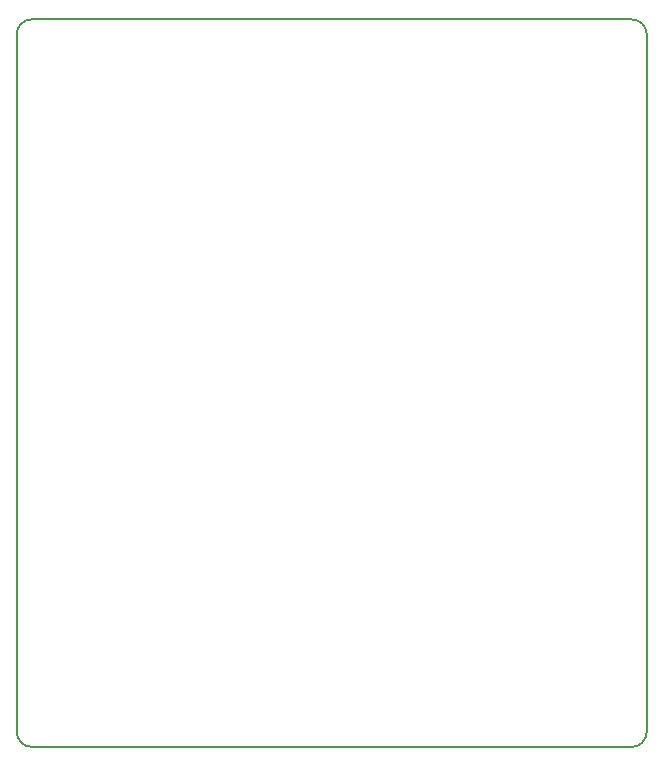
<source format=gbr>
G04 #@! TF.FileFunction,Profile,NP*
%FSLAX46Y46*%
G04 Gerber Fmt 4.6, Leading zero omitted, Abs format (unit mm)*
G04 Created by KiCad (PCBNEW 4.0.7) date 11/25/18 19:30:54*
%MOMM*%
%LPD*%
G01*
G04 APERTURE LIST*
%ADD10C,0.100000*%
%ADD11C,0.150000*%
G04 APERTURE END LIST*
D10*
D11*
X175260000Y-121285000D02*
G75*
G03X176530000Y-120015000I0J1270000D01*
G01*
X123190000Y-120015000D02*
G75*
G03X124460000Y-121285000I1270000J0D01*
G01*
X124460000Y-59690000D02*
G75*
G03X123190000Y-60960000I0J-1270000D01*
G01*
X176530000Y-60960000D02*
G75*
G03X175260000Y-59690000I-1270000J0D01*
G01*
X175260000Y-59690000D02*
X124460000Y-59690000D01*
X176530000Y-120015000D02*
X176530000Y-60960000D01*
X124460000Y-121285000D02*
X175260000Y-121285000D01*
X123190000Y-60960000D02*
X123190000Y-120015000D01*
M02*

</source>
